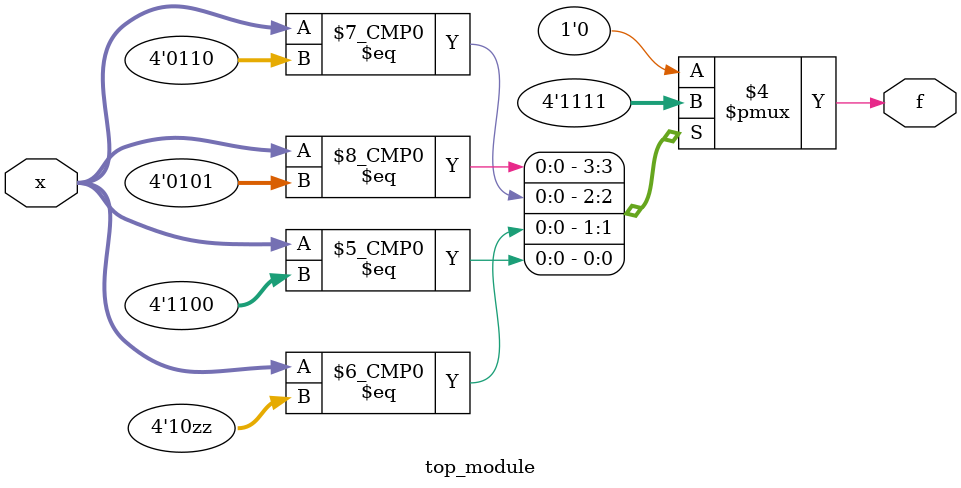
<source format=sv>
module top_module (
	input [4:1] x,
	output logic f
);
	always_comb begin
		case (x)
			4'b00?0: f = 1'b0;
			4'b00?1: f = 1'b0;
			4'b0100: f = 1'b0;
			4'b0101: f = 1'b1;
			4'b0110: f = 1'b1;
			4'b0111: f = 1'b0;
			4'b10??: f = 1'b1;
			4'b1100: f = 1'b1;
			4'b1101: f = 1'b0;
			default: f = 1'b0;
		endcase
	end
endmodule

</source>
